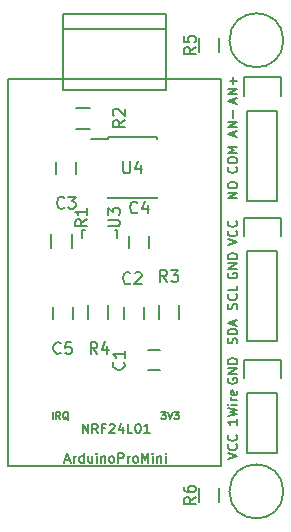
<source format=gto>
G04 #@! TF.FileFunction,Legend,Top*
%FSLAX46Y46*%
G04 Gerber Fmt 4.6, Leading zero omitted, Abs format (unit mm)*
G04 Created by KiCad (PCBNEW 4.0.2-stable) date Vendredi 08 juillet 2016 21:03:03*
%MOMM*%
G01*
G04 APERTURE LIST*
%ADD10C,0.100000*%
%ADD11C,0.200000*%
%ADD12C,0.150000*%
%ADD13C,0.160000*%
G04 APERTURE END LIST*
D10*
D11*
X68361905Y-68509523D02*
X68361905Y-68966666D01*
X68361905Y-68738095D02*
X67561905Y-68738095D01*
X67676190Y-68814285D01*
X67752381Y-68890476D01*
X67790476Y-68966666D01*
X67561905Y-68242856D02*
X68361905Y-68052380D01*
X67790476Y-67899999D01*
X68361905Y-67747618D01*
X67561905Y-67557142D01*
X68361905Y-67252380D02*
X67828571Y-67252380D01*
X67561905Y-67252380D02*
X67600000Y-67290475D01*
X67638095Y-67252380D01*
X67600000Y-67214285D01*
X67561905Y-67252380D01*
X67638095Y-67252380D01*
X68361905Y-66871428D02*
X67828571Y-66871428D01*
X67980952Y-66871428D02*
X67904762Y-66833333D01*
X67866667Y-66795237D01*
X67828571Y-66719047D01*
X67828571Y-66642856D01*
X68323810Y-66071428D02*
X68361905Y-66147618D01*
X68361905Y-66299999D01*
X68323810Y-66376190D01*
X68247619Y-66414285D01*
X67942857Y-66414285D01*
X67866667Y-66376190D01*
X67828571Y-66299999D01*
X67828571Y-66147618D01*
X67866667Y-66071428D01*
X67942857Y-66033333D01*
X68019048Y-66033333D01*
X68095238Y-66414285D01*
X67600000Y-65009523D02*
X67561905Y-65085714D01*
X67561905Y-65199999D01*
X67600000Y-65314285D01*
X67676190Y-65390476D01*
X67752381Y-65428571D01*
X67904762Y-65466666D01*
X68019048Y-65466666D01*
X68171429Y-65428571D01*
X68247619Y-65390476D01*
X68323810Y-65314285D01*
X68361905Y-65199999D01*
X68361905Y-65123809D01*
X68323810Y-65009523D01*
X68285714Y-64971428D01*
X68019048Y-64971428D01*
X68019048Y-65123809D01*
X68361905Y-64628571D02*
X67561905Y-64628571D01*
X68361905Y-64171428D01*
X67561905Y-64171428D01*
X68361905Y-63790476D02*
X67561905Y-63790476D01*
X67561905Y-63600000D01*
X67600000Y-63485714D01*
X67676190Y-63409523D01*
X67752381Y-63371428D01*
X67904762Y-63333333D01*
X68019048Y-63333333D01*
X68171429Y-63371428D01*
X68247619Y-63409523D01*
X68323810Y-63485714D01*
X68361905Y-63600000D01*
X68361905Y-63790476D01*
X67561905Y-71866667D02*
X68361905Y-71600000D01*
X67561905Y-71333333D01*
X68285714Y-70609524D02*
X68323810Y-70647619D01*
X68361905Y-70761905D01*
X68361905Y-70838095D01*
X68323810Y-70952381D01*
X68247619Y-71028572D01*
X68171429Y-71066667D01*
X68019048Y-71104762D01*
X67904762Y-71104762D01*
X67752381Y-71066667D01*
X67676190Y-71028572D01*
X67600000Y-70952381D01*
X67561905Y-70838095D01*
X67561905Y-70761905D01*
X67600000Y-70647619D01*
X67638095Y-70609524D01*
X68285714Y-69809524D02*
X68323810Y-69847619D01*
X68361905Y-69961905D01*
X68361905Y-70038095D01*
X68323810Y-70152381D01*
X68247619Y-70228572D01*
X68171429Y-70266667D01*
X68019048Y-70304762D01*
X67904762Y-70304762D01*
X67752381Y-70266667D01*
X67676190Y-70228572D01*
X67600000Y-70152381D01*
X67561905Y-70038095D01*
X67561905Y-69961905D01*
X67600000Y-69847619D01*
X67638095Y-69809524D01*
D12*
X52785715Y-68471429D02*
X52785715Y-67871429D01*
X53414286Y-68471429D02*
X53214286Y-68185714D01*
X53071429Y-68471429D02*
X53071429Y-67871429D01*
X53300001Y-67871429D01*
X53357143Y-67900000D01*
X53385715Y-67928571D01*
X53414286Y-67985714D01*
X53414286Y-68071429D01*
X53385715Y-68128571D01*
X53357143Y-68157143D01*
X53300001Y-68185714D01*
X53071429Y-68185714D01*
X54071429Y-68528571D02*
X54014286Y-68500000D01*
X53957143Y-68442857D01*
X53871429Y-68357143D01*
X53814286Y-68328571D01*
X53757143Y-68328571D01*
X53785715Y-68471429D02*
X53728572Y-68442857D01*
X53671429Y-68385714D01*
X53642858Y-68271429D01*
X53642858Y-68071429D01*
X53671429Y-67957143D01*
X53728572Y-67900000D01*
X53785715Y-67871429D01*
X53900001Y-67871429D01*
X53957143Y-67900000D01*
X54014286Y-67957143D01*
X54042858Y-68071429D01*
X54042858Y-68271429D01*
X54014286Y-68385714D01*
X53957143Y-68442857D01*
X53900001Y-68471429D01*
X53785715Y-68471429D01*
X61957142Y-67871429D02*
X62328571Y-67871429D01*
X62128571Y-68100000D01*
X62214285Y-68100000D01*
X62271428Y-68128571D01*
X62299999Y-68157143D01*
X62328571Y-68214286D01*
X62328571Y-68357143D01*
X62299999Y-68414286D01*
X62271428Y-68442857D01*
X62214285Y-68471429D01*
X62042857Y-68471429D01*
X61985714Y-68442857D01*
X61957142Y-68414286D01*
X62500000Y-67871429D02*
X62700000Y-68471429D01*
X62900000Y-67871429D01*
X63042857Y-67871429D02*
X63414286Y-67871429D01*
X63214286Y-68100000D01*
X63300000Y-68100000D01*
X63357143Y-68128571D01*
X63385714Y-68157143D01*
X63414286Y-68214286D01*
X63414286Y-68357143D01*
X63385714Y-68414286D01*
X63357143Y-68442857D01*
X63300000Y-68471429D01*
X63128572Y-68471429D01*
X63071429Y-68442857D01*
X63042857Y-68414286D01*
D11*
X68361905Y-49747619D02*
X67561905Y-49747619D01*
X68361905Y-49290476D01*
X67561905Y-49290476D01*
X67561905Y-48757143D02*
X67561905Y-48604762D01*
X67600000Y-48528571D01*
X67676190Y-48452381D01*
X67828571Y-48414286D01*
X68095238Y-48414286D01*
X68247619Y-48452381D01*
X68323810Y-48528571D01*
X68361905Y-48604762D01*
X68361905Y-48757143D01*
X68323810Y-48833333D01*
X68247619Y-48909524D01*
X68095238Y-48947619D01*
X67828571Y-48947619D01*
X67676190Y-48909524D01*
X67600000Y-48833333D01*
X67561905Y-48757143D01*
X68285714Y-47128571D02*
X68323810Y-47166666D01*
X68361905Y-47280952D01*
X68361905Y-47357142D01*
X68323810Y-47471428D01*
X68247619Y-47547619D01*
X68171429Y-47585714D01*
X68019048Y-47623809D01*
X67904762Y-47623809D01*
X67752381Y-47585714D01*
X67676190Y-47547619D01*
X67600000Y-47471428D01*
X67561905Y-47357142D01*
X67561905Y-47280952D01*
X67600000Y-47166666D01*
X67638095Y-47128571D01*
X67561905Y-46633333D02*
X67561905Y-46480952D01*
X67600000Y-46404761D01*
X67676190Y-46328571D01*
X67828571Y-46290476D01*
X68095238Y-46290476D01*
X68247619Y-46328571D01*
X68323810Y-46404761D01*
X68361905Y-46480952D01*
X68361905Y-46633333D01*
X68323810Y-46709523D01*
X68247619Y-46785714D01*
X68095238Y-46823809D01*
X67828571Y-46823809D01*
X67676190Y-46785714D01*
X67600000Y-46709523D01*
X67561905Y-46633333D01*
X68361905Y-45947619D02*
X67561905Y-45947619D01*
X68133333Y-45680952D01*
X67561905Y-45414285D01*
X68361905Y-45414285D01*
X68133333Y-44504761D02*
X68133333Y-44123809D01*
X68361905Y-44580952D02*
X67561905Y-44314285D01*
X68361905Y-44047618D01*
X68361905Y-43780952D02*
X67561905Y-43780952D01*
X68361905Y-43323809D01*
X67561905Y-43323809D01*
X68057143Y-42942857D02*
X68057143Y-42333333D01*
X68133333Y-41704761D02*
X68133333Y-41323809D01*
X68361905Y-41780952D02*
X67561905Y-41514285D01*
X68361905Y-41247618D01*
X68361905Y-40980952D02*
X67561905Y-40980952D01*
X68361905Y-40523809D01*
X67561905Y-40523809D01*
X68057143Y-40142857D02*
X68057143Y-39533333D01*
X68361905Y-39838095D02*
X67752381Y-39838095D01*
X68323810Y-62071428D02*
X68361905Y-61957142D01*
X68361905Y-61766666D01*
X68323810Y-61690476D01*
X68285714Y-61652380D01*
X68209524Y-61614285D01*
X68133333Y-61614285D01*
X68057143Y-61652380D01*
X68019048Y-61690476D01*
X67980952Y-61766666D01*
X67942857Y-61919047D01*
X67904762Y-61995238D01*
X67866667Y-62033333D01*
X67790476Y-62071428D01*
X67714286Y-62071428D01*
X67638095Y-62033333D01*
X67600000Y-61995238D01*
X67561905Y-61919047D01*
X67561905Y-61728571D01*
X67600000Y-61614285D01*
X68361905Y-61271428D02*
X67561905Y-61271428D01*
X67561905Y-61080952D01*
X67600000Y-60966666D01*
X67676190Y-60890475D01*
X67752381Y-60852380D01*
X67904762Y-60814285D01*
X68019048Y-60814285D01*
X68171429Y-60852380D01*
X68247619Y-60890475D01*
X68323810Y-60966666D01*
X68361905Y-61080952D01*
X68361905Y-61271428D01*
X68133333Y-60509523D02*
X68133333Y-60128571D01*
X68361905Y-60585714D02*
X67561905Y-60319047D01*
X68361905Y-60052380D01*
X68323810Y-59152381D02*
X68361905Y-59038095D01*
X68361905Y-58847619D01*
X68323810Y-58771429D01*
X68285714Y-58733333D01*
X68209524Y-58695238D01*
X68133333Y-58695238D01*
X68057143Y-58733333D01*
X68019048Y-58771429D01*
X67980952Y-58847619D01*
X67942857Y-59000000D01*
X67904762Y-59076191D01*
X67866667Y-59114286D01*
X67790476Y-59152381D01*
X67714286Y-59152381D01*
X67638095Y-59114286D01*
X67600000Y-59076191D01*
X67561905Y-59000000D01*
X67561905Y-58809524D01*
X67600000Y-58695238D01*
X68285714Y-57895238D02*
X68323810Y-57933333D01*
X68361905Y-58047619D01*
X68361905Y-58123809D01*
X68323810Y-58238095D01*
X68247619Y-58314286D01*
X68171429Y-58352381D01*
X68019048Y-58390476D01*
X67904762Y-58390476D01*
X67752381Y-58352381D01*
X67676190Y-58314286D01*
X67600000Y-58238095D01*
X67561905Y-58123809D01*
X67561905Y-58047619D01*
X67600000Y-57933333D01*
X67638095Y-57895238D01*
X68361905Y-57171428D02*
X68361905Y-57552381D01*
X67561905Y-57552381D01*
X67600000Y-56109523D02*
X67561905Y-56185714D01*
X67561905Y-56299999D01*
X67600000Y-56414285D01*
X67676190Y-56490476D01*
X67752381Y-56528571D01*
X67904762Y-56566666D01*
X68019048Y-56566666D01*
X68171429Y-56528571D01*
X68247619Y-56490476D01*
X68323810Y-56414285D01*
X68361905Y-56299999D01*
X68361905Y-56223809D01*
X68323810Y-56109523D01*
X68285714Y-56071428D01*
X68019048Y-56071428D01*
X68019048Y-56223809D01*
X68361905Y-55728571D02*
X67561905Y-55728571D01*
X68361905Y-55271428D01*
X67561905Y-55271428D01*
X68361905Y-54890476D02*
X67561905Y-54890476D01*
X67561905Y-54700000D01*
X67600000Y-54585714D01*
X67676190Y-54509523D01*
X67752381Y-54471428D01*
X67904762Y-54433333D01*
X68019048Y-54433333D01*
X68171429Y-54471428D01*
X68247619Y-54509523D01*
X68323810Y-54585714D01*
X68361905Y-54700000D01*
X68361905Y-54890476D01*
X67561905Y-53766667D02*
X68361905Y-53500000D01*
X67561905Y-53233333D01*
X68285714Y-52509524D02*
X68323810Y-52547619D01*
X68361905Y-52661905D01*
X68361905Y-52738095D01*
X68323810Y-52852381D01*
X68247619Y-52928572D01*
X68171429Y-52966667D01*
X68019048Y-53004762D01*
X67904762Y-53004762D01*
X67752381Y-52966667D01*
X67676190Y-52928572D01*
X67600000Y-52852381D01*
X67561905Y-52738095D01*
X67561905Y-52661905D01*
X67600000Y-52547619D01*
X67638095Y-52509524D01*
X68285714Y-51709524D02*
X68323810Y-51747619D01*
X68361905Y-51861905D01*
X68361905Y-51938095D01*
X68323810Y-52052381D01*
X68247619Y-52128572D01*
X68171429Y-52166667D01*
X68019048Y-52204762D01*
X67904762Y-52204762D01*
X67752381Y-52166667D01*
X67676190Y-52128572D01*
X67600000Y-52052381D01*
X67561905Y-51938095D01*
X67561905Y-51861905D01*
X67600000Y-51747619D01*
X67638095Y-51709524D01*
D12*
X72286000Y-74600000D02*
G75*
G03X72286000Y-74600000I-2286000J0D01*
G01*
X72286000Y-36400000D02*
G75*
G03X72286000Y-36400000I-2286000J0D01*
G01*
X62350900Y-34182540D02*
X53650900Y-34182540D01*
X62350900Y-40587540D02*
X53650900Y-40587540D01*
X53650900Y-40587540D02*
X53650900Y-34182540D01*
X53650900Y-35412540D02*
X62350900Y-35412540D01*
X62350900Y-34182540D02*
X62350900Y-40587540D01*
X48956000Y-72440000D02*
X66990000Y-72440000D01*
X66990000Y-39674000D02*
X48956000Y-39674000D01*
X48956000Y-72440000D02*
X48956000Y-39674000D01*
X66990000Y-39674000D02*
X66990000Y-72440000D01*
X58750000Y-59000000D02*
X58750000Y-60000000D01*
X60450000Y-60000000D02*
X60450000Y-59000000D01*
X54750000Y-47700000D02*
X54750000Y-46700000D01*
X53050000Y-46700000D02*
X53050000Y-47700000D01*
X52625000Y-54000000D02*
X52625000Y-52800000D01*
X54375000Y-52800000D02*
X54375000Y-54000000D01*
X55900000Y-43875000D02*
X54700000Y-43875000D01*
X54700000Y-42125000D02*
X55900000Y-42125000D01*
X55200180Y-53150800D02*
X55200180Y-52449760D01*
X55200180Y-52449760D02*
X55449100Y-52449760D01*
X57999160Y-52449760D02*
X58199820Y-52449760D01*
X58199820Y-52449760D02*
X58199820Y-53150800D01*
X57425000Y-44625000D02*
X57425000Y-44770000D01*
X61575000Y-44625000D02*
X61575000Y-44770000D01*
X61575000Y-49775000D02*
X61575000Y-49630000D01*
X57425000Y-49775000D02*
X57425000Y-49630000D01*
X57425000Y-44625000D02*
X61575000Y-44625000D01*
X57425000Y-49775000D02*
X61575000Y-49775000D01*
X57425000Y-44770000D02*
X56025000Y-44770000D01*
X59250000Y-53000000D02*
X59250000Y-54000000D01*
X60950000Y-54000000D02*
X60950000Y-53000000D01*
X61725000Y-60000000D02*
X61725000Y-58800000D01*
X63475000Y-58800000D02*
X63475000Y-60000000D01*
X57475000Y-58800000D02*
X57475000Y-60000000D01*
X55725000Y-60000000D02*
X55725000Y-58800000D01*
X69230000Y-54270000D02*
X69230000Y-61890000D01*
X71770000Y-54270000D02*
X71770000Y-61890000D01*
X72050000Y-51450000D02*
X72050000Y-53000000D01*
X69230000Y-61890000D02*
X71770000Y-61890000D01*
X71770000Y-54270000D02*
X69230000Y-54270000D01*
X68950000Y-53000000D02*
X68950000Y-51450000D01*
X68950000Y-51450000D02*
X72050000Y-51450000D01*
X65125000Y-37400000D02*
X65125000Y-36200000D01*
X66875000Y-36200000D02*
X66875000Y-37400000D01*
X69230000Y-42370000D02*
X69230000Y-49990000D01*
X71770000Y-42370000D02*
X71770000Y-49990000D01*
X72050000Y-39550000D02*
X72050000Y-41100000D01*
X69230000Y-49990000D02*
X71770000Y-49990000D01*
X71770000Y-42370000D02*
X69230000Y-42370000D01*
X68950000Y-41100000D02*
X68950000Y-39550000D01*
X68950000Y-39550000D02*
X72050000Y-39550000D01*
X60800000Y-64350000D02*
X61800000Y-64350000D01*
X61800000Y-62650000D02*
X60800000Y-62650000D01*
X66875000Y-74300000D02*
X66875000Y-75500000D01*
X65125000Y-75500000D02*
X65125000Y-74300000D01*
X69230000Y-66270000D02*
X69230000Y-71350000D01*
X69230000Y-71350000D02*
X71770000Y-71350000D01*
X71770000Y-71350000D02*
X71770000Y-66270000D01*
X72050000Y-63450000D02*
X72050000Y-65000000D01*
X71770000Y-66270000D02*
X69230000Y-66270000D01*
X68950000Y-65000000D02*
X68950000Y-63450000D01*
X68950000Y-63450000D02*
X72050000Y-63450000D01*
X52750000Y-59000000D02*
X52750000Y-60000000D01*
X54450000Y-60000000D02*
X54450000Y-59000000D01*
D13*
X53814285Y-71933333D02*
X54195237Y-71933333D01*
X53738094Y-72161905D02*
X54004761Y-71361905D01*
X54271428Y-72161905D01*
X54538094Y-72161905D02*
X54538094Y-71628571D01*
X54538094Y-71780952D02*
X54576189Y-71704762D01*
X54614285Y-71666667D01*
X54690475Y-71628571D01*
X54766666Y-71628571D01*
X55376189Y-72161905D02*
X55376189Y-71361905D01*
X55376189Y-72123810D02*
X55299999Y-72161905D01*
X55147618Y-72161905D01*
X55071427Y-72123810D01*
X55033332Y-72085714D01*
X54995237Y-72009524D01*
X54995237Y-71780952D01*
X55033332Y-71704762D01*
X55071427Y-71666667D01*
X55147618Y-71628571D01*
X55299999Y-71628571D01*
X55376189Y-71666667D01*
X56099999Y-71628571D02*
X56099999Y-72161905D01*
X55757142Y-71628571D02*
X55757142Y-72047619D01*
X55795237Y-72123810D01*
X55871428Y-72161905D01*
X55985714Y-72161905D01*
X56061904Y-72123810D01*
X56099999Y-72085714D01*
X56480952Y-72161905D02*
X56480952Y-71628571D01*
X56480952Y-71361905D02*
X56442857Y-71400000D01*
X56480952Y-71438095D01*
X56519047Y-71400000D01*
X56480952Y-71361905D01*
X56480952Y-71438095D01*
X56861904Y-71628571D02*
X56861904Y-72161905D01*
X56861904Y-71704762D02*
X56899999Y-71666667D01*
X56976190Y-71628571D01*
X57090476Y-71628571D01*
X57166666Y-71666667D01*
X57204761Y-71742857D01*
X57204761Y-72161905D01*
X57700000Y-72161905D02*
X57623809Y-72123810D01*
X57585714Y-72085714D01*
X57547619Y-72009524D01*
X57547619Y-71780952D01*
X57585714Y-71704762D01*
X57623809Y-71666667D01*
X57700000Y-71628571D01*
X57814286Y-71628571D01*
X57890476Y-71666667D01*
X57928571Y-71704762D01*
X57966667Y-71780952D01*
X57966667Y-72009524D01*
X57928571Y-72085714D01*
X57890476Y-72123810D01*
X57814286Y-72161905D01*
X57700000Y-72161905D01*
X58309524Y-72161905D02*
X58309524Y-71361905D01*
X58614286Y-71361905D01*
X58690477Y-71400000D01*
X58728572Y-71438095D01*
X58766667Y-71514286D01*
X58766667Y-71628571D01*
X58728572Y-71704762D01*
X58690477Y-71742857D01*
X58614286Y-71780952D01*
X58309524Y-71780952D01*
X59109524Y-72161905D02*
X59109524Y-71628571D01*
X59109524Y-71780952D02*
X59147619Y-71704762D01*
X59185715Y-71666667D01*
X59261905Y-71628571D01*
X59338096Y-71628571D01*
X59719048Y-72161905D02*
X59642857Y-72123810D01*
X59604762Y-72085714D01*
X59566667Y-72009524D01*
X59566667Y-71780952D01*
X59604762Y-71704762D01*
X59642857Y-71666667D01*
X59719048Y-71628571D01*
X59833334Y-71628571D01*
X59909524Y-71666667D01*
X59947619Y-71704762D01*
X59985715Y-71780952D01*
X59985715Y-72009524D01*
X59947619Y-72085714D01*
X59909524Y-72123810D01*
X59833334Y-72161905D01*
X59719048Y-72161905D01*
X60328572Y-72161905D02*
X60328572Y-71361905D01*
X60595239Y-71933333D01*
X60861906Y-71361905D01*
X60861906Y-72161905D01*
X61242858Y-72161905D02*
X61242858Y-71628571D01*
X61242858Y-71361905D02*
X61204763Y-71400000D01*
X61242858Y-71438095D01*
X61280953Y-71400000D01*
X61242858Y-71361905D01*
X61242858Y-71438095D01*
X61623810Y-71628571D02*
X61623810Y-72161905D01*
X61623810Y-71704762D02*
X61661905Y-71666667D01*
X61738096Y-71628571D01*
X61852382Y-71628571D01*
X61928572Y-71666667D01*
X61966667Y-71742857D01*
X61966667Y-72161905D01*
X62347620Y-72161905D02*
X62347620Y-71628571D01*
X62347620Y-71361905D02*
X62309525Y-71400000D01*
X62347620Y-71438095D01*
X62385715Y-71400000D01*
X62347620Y-71361905D01*
X62347620Y-71438095D01*
D12*
X59333334Y-56957143D02*
X59285715Y-57004762D01*
X59142858Y-57052381D01*
X59047620Y-57052381D01*
X58904762Y-57004762D01*
X58809524Y-56909524D01*
X58761905Y-56814286D01*
X58714286Y-56623810D01*
X58714286Y-56480952D01*
X58761905Y-56290476D01*
X58809524Y-56195238D01*
X58904762Y-56100000D01*
X59047620Y-56052381D01*
X59142858Y-56052381D01*
X59285715Y-56100000D01*
X59333334Y-56147619D01*
X59714286Y-56147619D02*
X59761905Y-56100000D01*
X59857143Y-56052381D01*
X60095239Y-56052381D01*
X60190477Y-56100000D01*
X60238096Y-56147619D01*
X60285715Y-56242857D01*
X60285715Y-56338095D01*
X60238096Y-56480952D01*
X59666667Y-57052381D01*
X60285715Y-57052381D01*
X55280952Y-69661905D02*
X55280952Y-68861905D01*
X55738095Y-69661905D01*
X55738095Y-68861905D01*
X56576190Y-69661905D02*
X56309523Y-69280952D01*
X56119047Y-69661905D02*
X56119047Y-68861905D01*
X56423809Y-68861905D01*
X56500000Y-68900000D01*
X56538095Y-68938095D01*
X56576190Y-69014286D01*
X56576190Y-69128571D01*
X56538095Y-69204762D01*
X56500000Y-69242857D01*
X56423809Y-69280952D01*
X56119047Y-69280952D01*
X57185714Y-69242857D02*
X56919047Y-69242857D01*
X56919047Y-69661905D02*
X56919047Y-68861905D01*
X57300000Y-68861905D01*
X57566666Y-68938095D02*
X57604761Y-68900000D01*
X57680952Y-68861905D01*
X57871428Y-68861905D01*
X57947618Y-68900000D01*
X57985714Y-68938095D01*
X58023809Y-69014286D01*
X58023809Y-69090476D01*
X57985714Y-69204762D01*
X57528571Y-69661905D01*
X58023809Y-69661905D01*
X58709523Y-69128571D02*
X58709523Y-69661905D01*
X58519047Y-68823810D02*
X58328571Y-69395238D01*
X58823809Y-69395238D01*
X59509524Y-69661905D02*
X59128571Y-69661905D01*
X59128571Y-68861905D01*
X59928571Y-68861905D02*
X60004762Y-68861905D01*
X60080952Y-68900000D01*
X60119047Y-68938095D01*
X60157143Y-69014286D01*
X60195238Y-69166667D01*
X60195238Y-69357143D01*
X60157143Y-69509524D01*
X60119047Y-69585714D01*
X60080952Y-69623810D01*
X60004762Y-69661905D01*
X59928571Y-69661905D01*
X59852381Y-69623810D01*
X59814285Y-69585714D01*
X59776190Y-69509524D01*
X59738095Y-69357143D01*
X59738095Y-69166667D01*
X59776190Y-69014286D01*
X59814285Y-68938095D01*
X59852381Y-68900000D01*
X59928571Y-68861905D01*
X60957143Y-69661905D02*
X60500000Y-69661905D01*
X60728571Y-69661905D02*
X60728571Y-68861905D01*
X60652381Y-68976190D01*
X60576190Y-69052381D01*
X60500000Y-69090476D01*
X53733334Y-50557143D02*
X53685715Y-50604762D01*
X53542858Y-50652381D01*
X53447620Y-50652381D01*
X53304762Y-50604762D01*
X53209524Y-50509524D01*
X53161905Y-50414286D01*
X53114286Y-50223810D01*
X53114286Y-50080952D01*
X53161905Y-49890476D01*
X53209524Y-49795238D01*
X53304762Y-49700000D01*
X53447620Y-49652381D01*
X53542858Y-49652381D01*
X53685715Y-49700000D01*
X53733334Y-49747619D01*
X54066667Y-49652381D02*
X54685715Y-49652381D01*
X54352381Y-50033333D01*
X54495239Y-50033333D01*
X54590477Y-50080952D01*
X54638096Y-50128571D01*
X54685715Y-50223810D01*
X54685715Y-50461905D01*
X54638096Y-50557143D01*
X54590477Y-50604762D01*
X54495239Y-50652381D01*
X54209524Y-50652381D01*
X54114286Y-50604762D01*
X54066667Y-50557143D01*
X55652381Y-51566666D02*
X55176190Y-51900000D01*
X55652381Y-52138095D02*
X54652381Y-52138095D01*
X54652381Y-51757142D01*
X54700000Y-51661904D01*
X54747619Y-51614285D01*
X54842857Y-51566666D01*
X54985714Y-51566666D01*
X55080952Y-51614285D01*
X55128571Y-51661904D01*
X55176190Y-51757142D01*
X55176190Y-52138095D01*
X55652381Y-50614285D02*
X55652381Y-51185714D01*
X55652381Y-50900000D02*
X54652381Y-50900000D01*
X54795238Y-50995238D01*
X54890476Y-51090476D01*
X54938095Y-51185714D01*
X58852381Y-43166666D02*
X58376190Y-43500000D01*
X58852381Y-43738095D02*
X57852381Y-43738095D01*
X57852381Y-43357142D01*
X57900000Y-43261904D01*
X57947619Y-43214285D01*
X58042857Y-43166666D01*
X58185714Y-43166666D01*
X58280952Y-43214285D01*
X58328571Y-43261904D01*
X58376190Y-43357142D01*
X58376190Y-43738095D01*
X57947619Y-42785714D02*
X57900000Y-42738095D01*
X57852381Y-42642857D01*
X57852381Y-42404761D01*
X57900000Y-42309523D01*
X57947619Y-42261904D01*
X58042857Y-42214285D01*
X58138095Y-42214285D01*
X58280952Y-42261904D01*
X58852381Y-42833333D01*
X58852381Y-42214285D01*
X57452381Y-52161905D02*
X58261905Y-52161905D01*
X58357143Y-52114286D01*
X58404762Y-52066667D01*
X58452381Y-51971429D01*
X58452381Y-51780952D01*
X58404762Y-51685714D01*
X58357143Y-51638095D01*
X58261905Y-51590476D01*
X57452381Y-51590476D01*
X57452381Y-51209524D02*
X57452381Y-50590476D01*
X57833333Y-50923810D01*
X57833333Y-50780952D01*
X57880952Y-50685714D01*
X57928571Y-50638095D01*
X58023810Y-50590476D01*
X58261905Y-50590476D01*
X58357143Y-50638095D01*
X58404762Y-50685714D01*
X58452381Y-50780952D01*
X58452381Y-51066667D01*
X58404762Y-51161905D01*
X58357143Y-51209524D01*
X58738095Y-46652381D02*
X58738095Y-47461905D01*
X58785714Y-47557143D01*
X58833333Y-47604762D01*
X58928571Y-47652381D01*
X59119048Y-47652381D01*
X59214286Y-47604762D01*
X59261905Y-47557143D01*
X59309524Y-47461905D01*
X59309524Y-46652381D01*
X60214286Y-46985714D02*
X60214286Y-47652381D01*
X59976190Y-46604762D02*
X59738095Y-47319048D01*
X60357143Y-47319048D01*
X59933334Y-50957143D02*
X59885715Y-51004762D01*
X59742858Y-51052381D01*
X59647620Y-51052381D01*
X59504762Y-51004762D01*
X59409524Y-50909524D01*
X59361905Y-50814286D01*
X59314286Y-50623810D01*
X59314286Y-50480952D01*
X59361905Y-50290476D01*
X59409524Y-50195238D01*
X59504762Y-50100000D01*
X59647620Y-50052381D01*
X59742858Y-50052381D01*
X59885715Y-50100000D01*
X59933334Y-50147619D01*
X60790477Y-50385714D02*
X60790477Y-51052381D01*
X60552381Y-50004762D02*
X60314286Y-50719048D01*
X60933334Y-50719048D01*
X62433334Y-56852381D02*
X62100000Y-56376190D01*
X61861905Y-56852381D02*
X61861905Y-55852381D01*
X62242858Y-55852381D01*
X62338096Y-55900000D01*
X62385715Y-55947619D01*
X62433334Y-56042857D01*
X62433334Y-56185714D01*
X62385715Y-56280952D01*
X62338096Y-56328571D01*
X62242858Y-56376190D01*
X61861905Y-56376190D01*
X62766667Y-55852381D02*
X63385715Y-55852381D01*
X63052381Y-56233333D01*
X63195239Y-56233333D01*
X63290477Y-56280952D01*
X63338096Y-56328571D01*
X63385715Y-56423810D01*
X63385715Y-56661905D01*
X63338096Y-56757143D01*
X63290477Y-56804762D01*
X63195239Y-56852381D01*
X62909524Y-56852381D01*
X62814286Y-56804762D01*
X62766667Y-56757143D01*
X56533334Y-62952381D02*
X56200000Y-62476190D01*
X55961905Y-62952381D02*
X55961905Y-61952381D01*
X56342858Y-61952381D01*
X56438096Y-62000000D01*
X56485715Y-62047619D01*
X56533334Y-62142857D01*
X56533334Y-62285714D01*
X56485715Y-62380952D01*
X56438096Y-62428571D01*
X56342858Y-62476190D01*
X55961905Y-62476190D01*
X57390477Y-62285714D02*
X57390477Y-62952381D01*
X57152381Y-61904762D02*
X56914286Y-62619048D01*
X57533334Y-62619048D01*
X64852381Y-36966666D02*
X64376190Y-37300000D01*
X64852381Y-37538095D02*
X63852381Y-37538095D01*
X63852381Y-37157142D01*
X63900000Y-37061904D01*
X63947619Y-37014285D01*
X64042857Y-36966666D01*
X64185714Y-36966666D01*
X64280952Y-37014285D01*
X64328571Y-37061904D01*
X64376190Y-37157142D01*
X64376190Y-37538095D01*
X63852381Y-36061904D02*
X63852381Y-36538095D01*
X64328571Y-36585714D01*
X64280952Y-36538095D01*
X64233333Y-36442857D01*
X64233333Y-36204761D01*
X64280952Y-36109523D01*
X64328571Y-36061904D01*
X64423810Y-36014285D01*
X64661905Y-36014285D01*
X64757143Y-36061904D01*
X64804762Y-36109523D01*
X64852381Y-36204761D01*
X64852381Y-36442857D01*
X64804762Y-36538095D01*
X64757143Y-36585714D01*
X58757143Y-63666666D02*
X58804762Y-63714285D01*
X58852381Y-63857142D01*
X58852381Y-63952380D01*
X58804762Y-64095238D01*
X58709524Y-64190476D01*
X58614286Y-64238095D01*
X58423810Y-64285714D01*
X58280952Y-64285714D01*
X58090476Y-64238095D01*
X57995238Y-64190476D01*
X57900000Y-64095238D01*
X57852381Y-63952380D01*
X57852381Y-63857142D01*
X57900000Y-63714285D01*
X57947619Y-63666666D01*
X58852381Y-62714285D02*
X58852381Y-63285714D01*
X58852381Y-63000000D02*
X57852381Y-63000000D01*
X57995238Y-63095238D01*
X58090476Y-63190476D01*
X58138095Y-63285714D01*
X64852381Y-75066666D02*
X64376190Y-75400000D01*
X64852381Y-75638095D02*
X63852381Y-75638095D01*
X63852381Y-75257142D01*
X63900000Y-75161904D01*
X63947619Y-75114285D01*
X64042857Y-75066666D01*
X64185714Y-75066666D01*
X64280952Y-75114285D01*
X64328571Y-75161904D01*
X64376190Y-75257142D01*
X64376190Y-75638095D01*
X63852381Y-74209523D02*
X63852381Y-74400000D01*
X63900000Y-74495238D01*
X63947619Y-74542857D01*
X64090476Y-74638095D01*
X64280952Y-74685714D01*
X64661905Y-74685714D01*
X64757143Y-74638095D01*
X64804762Y-74590476D01*
X64852381Y-74495238D01*
X64852381Y-74304761D01*
X64804762Y-74209523D01*
X64757143Y-74161904D01*
X64661905Y-74114285D01*
X64423810Y-74114285D01*
X64328571Y-74161904D01*
X64280952Y-74209523D01*
X64233333Y-74304761D01*
X64233333Y-74495238D01*
X64280952Y-74590476D01*
X64328571Y-74638095D01*
X64423810Y-74685714D01*
X53433334Y-62857143D02*
X53385715Y-62904762D01*
X53242858Y-62952381D01*
X53147620Y-62952381D01*
X53004762Y-62904762D01*
X52909524Y-62809524D01*
X52861905Y-62714286D01*
X52814286Y-62523810D01*
X52814286Y-62380952D01*
X52861905Y-62190476D01*
X52909524Y-62095238D01*
X53004762Y-62000000D01*
X53147620Y-61952381D01*
X53242858Y-61952381D01*
X53385715Y-62000000D01*
X53433334Y-62047619D01*
X54338096Y-61952381D02*
X53861905Y-61952381D01*
X53814286Y-62428571D01*
X53861905Y-62380952D01*
X53957143Y-62333333D01*
X54195239Y-62333333D01*
X54290477Y-62380952D01*
X54338096Y-62428571D01*
X54385715Y-62523810D01*
X54385715Y-62761905D01*
X54338096Y-62857143D01*
X54290477Y-62904762D01*
X54195239Y-62952381D01*
X53957143Y-62952381D01*
X53861905Y-62904762D01*
X53814286Y-62857143D01*
M02*

</source>
